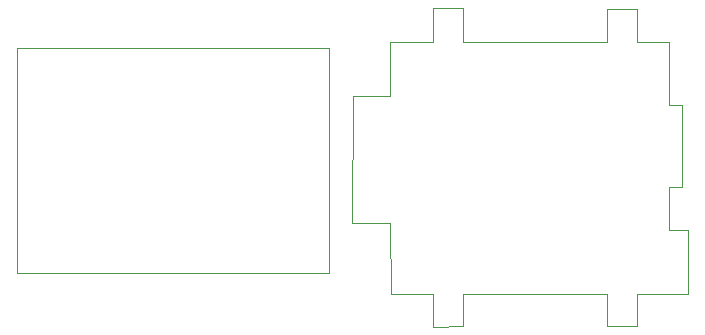
<source format=gbr>
%TF.GenerationSoftware,KiCad,Pcbnew,8.0.5*%
%TF.CreationDate,2025-02-13T02:53:00+01:00*%
%TF.ProjectId,cansatperso,63616e73-6174-4706-9572-736f2e6b6963,rev?*%
%TF.SameCoordinates,Original*%
%TF.FileFunction,Profile,NP*%
%FSLAX46Y46*%
G04 Gerber Fmt 4.6, Leading zero omitted, Abs format (unit mm)*
G04 Created by KiCad (PCBNEW 8.0.5) date 2025-02-13 02:53:00*
%MOMM*%
%LPD*%
G01*
G04 APERTURE LIST*
%TA.AperFunction,Profile*%
%ADD10C,0.050000*%
%TD*%
G04 APERTURE END LIST*
D10*
X177750001Y-70000107D02*
X177750000Y-72840000D01*
X189900000Y-72840000D01*
X189900000Y-70090000D01*
X192440000Y-70090000D01*
X192440000Y-72840000D01*
X195170000Y-72840000D01*
X195170000Y-78230000D01*
X196310000Y-78230000D01*
X196310000Y-85140000D01*
X195160000Y-85140000D01*
X195160000Y-88820000D01*
X196790955Y-88820000D01*
X196791176Y-94220000D01*
X192450000Y-94218560D01*
X192450000Y-96960000D01*
X189900000Y-96960000D01*
X189900000Y-94217956D01*
X177747920Y-94214113D01*
X177750000Y-96960000D01*
X175180000Y-96980000D01*
X175180000Y-94205157D01*
X171610000Y-94200000D01*
X171600000Y-88180000D01*
X168379856Y-88180000D01*
X168389856Y-77410000D01*
X171600000Y-77410000D01*
X171600000Y-72840000D01*
X175181395Y-72840000D01*
X175188008Y-69996225D01*
X177750001Y-70000107D01*
X139990000Y-73410000D02*
X166390000Y-73410000D01*
X166390000Y-92410000D01*
X139990000Y-92410000D01*
X139990000Y-73410000D01*
M02*

</source>
